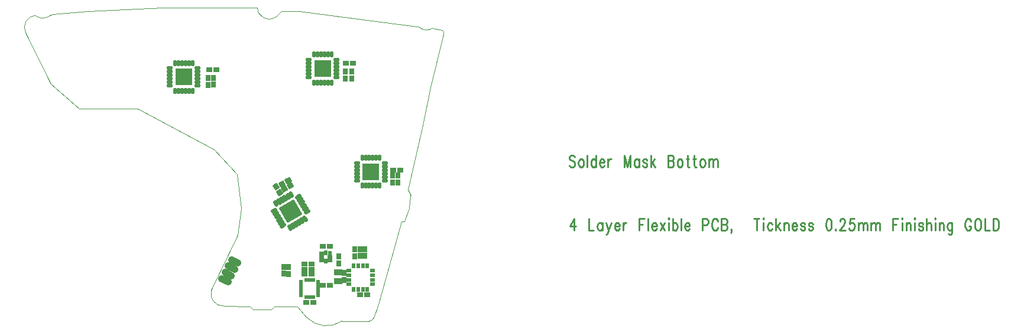
<source format=gbr>
*
*
G04 PADS 9.4.1 Build Number: 494907 generated Gerber (RS-274-X) file*
G04 PC Version=2.1*
*
%IN "MMSP_L_1.pcb"*%
*
%MOIN*%
*
%FSLAX35Y35*%
*
*
*
*
G04 PC Standard Apertures*
*
*
G04 Thermal Relief Aperture macro.*
%AMTER*
1,1,$1,0,0*
1,0,$1-$2,0,0*
21,0,$3,$4,0,0,45*
21,0,$3,$4,0,0,135*
%
*
*
G04 Annular Aperture macro.*
%AMANN*
1,1,$1,0,0*
1,0,$2,0,0*
%
*
*
G04 Odd Aperture macro.*
%AMODD*
1,1,$1,0,0*
1,0,$1-0.005,0,0*
%
*
*
G04 PC Custom Aperture Macros*
*
*
*
*
*
*
G04 PC Aperture Table*
*
%ADD010C,0.001*%
%ADD016C,0.01*%
%ADD045C,0.04*%
%ADD046R,0.035X0.03*%
%ADD047R,0.03X0.035*%
%ADD048R,0.045X0.034*%
%ADD049C,0.02181*%
%ADD050O,0.02181X0.03756*%
%ADD051O,0.03756X0.02181*%
%ADD052R,0.02575X0.01984*%
%ADD053R,0.01984X0.02575*%
%ADD054R,0.02378X0.01984*%
%ADD055R,0.01984X0.02378*%
%ADD056R,0.02575X0.02181*%
%ADD057R,0.02181X0.02575*%
%ADD058R,0.09661X0.09661*%
*
*
*
*
G04 PC Circuitry*
G04 Layer Name MMSP_L_1.pcb - circuitry*
%LPD*%
*
*
G04 PC Custom Flashes*
G04 Layer Name MMSP_L_1.pcb - flashes*
%LPD*%
*
*
G04 PC Circuitry*
G04 Layer Name MMSP_L_1.pcb - circuitry*
%LPD*%
*
G54D10*
G01X1084338Y879416D02*
G75*
G03X1091450Y870727I6795J-1694D01*
G01X1084337Y879411D02*
X1084469Y879661D01*
X1084449Y879640*
X1099338Y910590*
X1101338Y925590*
X1099000Y945000*
X1086000Y959000*
X1043000Y982000*
X1010098*
X994098Y996000*
X979772Y1024917*
X985282Y1034748D02*
G03X979774Y1024913I607J-6800D01*
G01X985288Y1034748D02*
X985335Y1034744D01*
X986024Y1034055*
X986021Y1034056D02*
G03X994094Y1034883I3373J6886D01*
G01X994091Y1034881D02*
X994565Y1035356D01*
X1015000Y1037000*
X1057000Y1039000*
X1110433*
G03X1113187Y1034052I5045J-433*
G01X1113191Y1034049D02*
G03X1121065I3937J4610D01*
G01X1121067Y1034051D02*
X1124016Y1037000D01*
X1134000*
X1200197Y1028298*
X1201353*
G03X1209173Y1027455I4431J4416*
G01X1209174D02*
X1209247Y1027530D01*
X1214758Y1026365*
X1215407Y1024033D02*
G03X1214757Y1026366I-2399J589D01*
G01X1215407Y1024032D02*
X1208068Y994095D01*
X1203663Y972687*
X1195353Y936537*
X1196877Y932972*
X1193429Y918301D02*
G03X1196877Y932946I-27976J14316D01*
G01X1193432Y918307D02*
X1191535D01*
X1188000Y905000*
X1178563Y871588*
X1175919Y863986*
X1173588Y862205D02*
G03X1175920Y863988I-330J2848D01*
G01X1173585Y862205D02*
X1158055D01*
X1138351Y864223D02*
G03X1158054Y862204I11040J10587D01*
G01X1138356Y864218D02*
X1132826Y870374D01*
X1120079*
X1118356Y868651*
X1108071*
X1106275Y870448*
X1091453Y870727*
G54D16*
X1126959Y940168D02*
X1129124Y941418D01*
X1128124Y943150*
X1125959Y941900*
X1126959Y940168*
X1126959*
X1126382Y941168D02*
X1128691D01*
X1126423Y942168D02*
X1128691D01*
X1126000Y941829D02*
Y941923D01*
X1127000Y940191D02*
Y942501D01*
X1128000Y940769D02*
Y943078D01*
X1129000Y941346D02*
Y941633D01*
X1123550Y938199D02*
X1125715Y939449D01*
X1124715Y941181*
X1122550Y939931*
X1123550Y938199*
X1123550*
X1122972Y939199D02*
X1125282D01*
X1123014Y940199D02*
X1125282D01*
X1123000Y939152D02*
Y940191D01*
X1124000Y938459D02*
Y940769D01*
X1125000Y939037D02*
Y940687D01*
X1122219Y937650D02*
X1120969Y939816D01*
X1119237Y938816*
X1120487Y936650*
X1122219Y937650*
X1120487Y936650D02*
X1120487D01*
X1119910Y937650D02*
X1122219D01*
X1119332Y938650D02*
X1121642D01*
X1120683Y939650D02*
X1121064D01*
X1120000Y937494D02*
Y939256D01*
X1121000Y936947D02*
Y939762D01*
X1122000Y937524D02*
Y938030D01*
X1124187Y934241D02*
X1122937Y936406D01*
X1121205Y935406*
X1122455Y933241*
X1124187Y934241*
X1122455Y933241D02*
X1122455D01*
X1121878Y934241D02*
X1124187D01*
X1121301Y935241D02*
X1123610D01*
X1122652Y936241D02*
X1123033D01*
X1122000Y934030D02*
Y935865D01*
X1123000Y933555D02*
Y936298D01*
X1124000Y934133D02*
Y934565D01*
X1128288Y937289D02*
X1130453Y938539D01*
X1129453Y940271*
X1127288Y939021*
X1128288Y937289*
X1128288*
X1127710Y938289D02*
X1130020D01*
X1127752Y939289D02*
X1130020D01*
X1128000Y937787D02*
Y939432D01*
X1129000Y937700D02*
Y940009D01*
X1130000Y938277D02*
Y939323D01*
X1124878Y935320D02*
X1127043Y936570D01*
X1126043Y938302*
X1123878Y937052*
X1124878Y935320*
X1124878*
X1124301Y936320D02*
X1126610D01*
X1124342Y937320D02*
X1126610D01*
X1124000Y936841D02*
Y937122D01*
X1125000Y935390D02*
Y937700D01*
X1126000Y935968D02*
Y938277D01*
X1127000Y936545D02*
Y936645D01*
X1130483Y930297D02*
X1122982Y925966D01*
X1127313Y918465*
X1134814Y922796*
X1130483Y930297*
X1127313Y918465D02*
X1127313D01*
X1126736Y919465D02*
X1129045D01*
X1126158Y920465D02*
X1130777D01*
X1125581Y921465D02*
X1132509D01*
X1125004Y922465D02*
X1134241D01*
X1124426Y923465D02*
X1134428D01*
X1123849Y924465D02*
X1133850D01*
X1123272Y925465D02*
X1133273D01*
X1123847Y926465D02*
X1132695D01*
X1125579Y927465D02*
X1132118D01*
X1127311Y928465D02*
X1131541D01*
X1129043Y929465D02*
X1130963D01*
X1123000Y925935D02*
Y925976D01*
X1124000Y924203D02*
Y926554D01*
X1125000Y922471D02*
Y927131D01*
X1126000Y920739D02*
Y927708D01*
X1127000Y919007D02*
Y928286D01*
X1128000Y918862D02*
Y928863D01*
X1129000Y919439D02*
Y929440D01*
X1130000Y920016D02*
Y930018D01*
X1131000Y920594D02*
Y929402D01*
X1132000Y921171D02*
Y927670D01*
X1133000Y921748D02*
Y925938D01*
X1134000Y922326D02*
Y924206D01*
X1289402Y954838D02*
X1288948Y955463D01*
X1288266Y955775*
X1287357*
X1286675Y955463*
X1286220Y954838*
Y954213*
X1286448Y953588*
X1286675Y953275*
X1287130Y952963*
X1288493Y952338*
X1288948Y952025*
X1289175Y951713*
X1289402Y951088*
Y950150*
X1288948Y949525*
X1288266Y949213*
X1287357*
X1286675Y949525*
X1286220Y950150*
X1292584Y953588D02*
X1292130Y953275D01*
X1291675Y952650*
X1291448Y951713*
Y951088*
X1291675Y950150*
X1292130Y949525*
X1292584Y949213*
X1293266*
X1293720Y949525*
X1294175Y950150*
X1294402Y951088*
Y951713*
X1294175Y952650*
X1293720Y953275*
X1293266Y953588*
X1292584*
X1296448Y955775D02*
Y949213D01*
X1301220Y955775D02*
Y949213D01*
Y952650D02*
X1300766Y953275D01*
X1300311Y953588*
X1299630*
X1299175Y953275*
X1298720Y952650*
X1298493Y951713*
Y951088*
X1298720Y950150*
X1299175Y949525*
X1299630Y949213*
X1300311*
X1300766Y949525*
X1301220Y950150*
X1303266Y951713D02*
X1305993D01*
Y952338*
X1305766Y952963*
X1305539Y953275*
X1305084Y953588*
X1304402*
X1303948Y953275*
X1303493Y952650*
X1303266Y951713*
Y951088*
X1303493Y950150*
X1303948Y949525*
X1304402Y949213*
X1305084*
X1305539Y949525*
X1305993Y950150*
X1308039Y953588D02*
Y949213D01*
Y951713D02*
X1308266Y952650D01*
X1308720Y953275*
X1309175Y953588*
X1309857*
X1317130Y955775D02*
Y949213D01*
Y955775D02*
X1318948Y949213D01*
X1320766Y955775D02*
X1318948Y949213D01*
X1320766Y955775D02*
Y949213D01*
X1325539Y953588D02*
Y949213D01*
Y952650D02*
X1325084Y953275D01*
X1324630Y953588*
X1323948*
X1323493Y953275*
X1323039Y952650*
X1322811Y951713*
Y951088*
X1323039Y950150*
X1323493Y949525*
X1323948Y949213*
X1324630*
X1325084Y949525*
X1325539Y950150*
X1330084Y952650D02*
X1329857Y953275D01*
X1329175Y953588*
X1328493*
X1327811Y953275*
X1327584Y952650*
X1327811Y952025*
X1328266Y951713*
X1329402Y951400*
X1329857Y951088*
X1330084Y950463*
Y950150*
X1329857Y949525*
X1329175Y949213*
X1328493*
X1327811Y949525*
X1327584Y950150*
X1332130Y955775D02*
Y949213D01*
X1334402Y953588D02*
X1332130Y950463D01*
X1333039Y951713D02*
X1334630Y949213D01*
X1341902Y955775D02*
Y949213D01*
Y955775D02*
X1343948D01*
X1344630Y955463*
X1344857Y955150*
X1345084Y954525*
Y953900*
X1344857Y953275*
X1344630Y952963*
X1343948Y952650*
X1341902D02*
X1343948D01*
X1344630Y952338*
X1344857Y952025*
X1345084Y951400*
Y950463*
X1344857Y949838*
X1344630Y949525*
X1343948Y949213*
X1341902*
X1348266Y953588D02*
X1347811Y953275D01*
X1347357Y952650*
X1347130Y951713*
Y951088*
X1347357Y950150*
X1347811Y949525*
X1348266Y949213*
X1348948*
X1349402Y949525*
X1349857Y950150*
X1350084Y951088*
Y951713*
X1349857Y952650*
X1349402Y953275*
X1348948Y953588*
X1348266*
X1352811Y955775D02*
Y950463D01*
X1353039Y949525*
X1353493Y949213*
X1353948*
X1352130Y953588D02*
X1353720D01*
X1356675Y955775D02*
Y950463D01*
X1356902Y949525*
X1357357Y949213*
X1357811*
X1355993Y953588D02*
X1357584D01*
X1360993D02*
X1360539Y953275D01*
X1360084Y952650*
X1359857Y951713*
Y951088*
X1360084Y950150*
X1360539Y949525*
X1360993Y949213*
X1361675*
X1362130Y949525*
X1362584Y950150*
X1362811Y951088*
Y951713*
X1362584Y952650*
X1362130Y953275*
X1361675Y953588*
X1360993*
X1364857D02*
Y949213D01*
Y952338D02*
X1365539Y953275D01*
X1365993Y953588*
X1366675*
X1367130Y953275*
X1367357Y952338*
Y949213*
Y952338D02*
X1368039Y953275D01*
X1368493Y953588*
X1369175*
X1369630Y953275*
X1369857Y952338*
Y949213*
X1288887Y919948D02*
X1286614Y915573D01*
X1290023*
X1288887Y919948D02*
Y913386D01*
X1297296Y919948D02*
Y913386D01*
X1300023*
X1304796Y917761D02*
Y913386D01*
Y916823D02*
X1304341Y917448D01*
X1303887Y917761*
X1303205*
X1302751Y917448*
X1302296Y916823*
X1302069Y915886*
Y915261*
X1302296Y914323*
X1302751Y913698*
X1303205Y913386*
X1303887*
X1304341Y913698*
X1304796Y914323*
X1307069Y917761D02*
X1308432Y913386D01*
X1309796Y917761D02*
X1308432Y913386D01*
X1307978Y912136*
X1307523Y911511*
X1307069Y911198*
X1306841*
X1311841Y915886D02*
X1314569D01*
Y916511*
X1314341Y917136*
X1314114Y917448*
X1313660Y917761*
X1312978*
X1312523Y917448*
X1312069Y916823*
X1311841Y915886*
Y915261*
X1312069Y914323*
X1312523Y913698*
X1312978Y913386*
X1313660*
X1314114Y913698*
X1314569Y914323*
X1316614Y917761D02*
Y913386D01*
Y915886D02*
X1316841Y916823D01*
X1317296Y917448*
X1317751Y917761*
X1318432*
X1325705Y919948D02*
Y913386D01*
Y919948D02*
X1328660D01*
X1325705Y916823D02*
X1327523D01*
X1330705Y919948D02*
Y913386D01*
X1332751Y915886D02*
X1335478D01*
Y916511*
X1335251Y917136*
X1335023Y917448*
X1334569Y917761*
X1333887*
X1333432Y917448*
X1332978Y916823*
X1332751Y915886*
Y915261*
X1332978Y914323*
X1333432Y913698*
X1333887Y913386*
X1334569*
X1335023Y913698*
X1335478Y914323*
X1337523Y917761D02*
X1340023Y913386D01*
Y917761D02*
X1337523Y913386D01*
X1342069Y919948D02*
X1342296Y919636D01*
X1342523Y919948*
X1342296Y920261*
X1342069Y919948*
X1342296Y917761D02*
Y913386D01*
X1344569Y919948D02*
Y913386D01*
Y916823D02*
X1345023Y917448D01*
X1345478Y917761*
X1346160*
X1346614Y917448*
X1347069Y916823*
X1347296Y915886*
Y915261*
X1347069Y914323*
X1346614Y913698*
X1346160Y913386*
X1345478*
X1345023Y913698*
X1344569Y914323*
X1349341Y919948D02*
Y913386D01*
X1351387Y915886D02*
X1354114D01*
Y916511*
X1353887Y917136*
X1353660Y917448*
X1353205Y917761*
X1352523*
X1352069Y917448*
X1351614Y916823*
X1351387Y915886*
Y915261*
X1351614Y914323*
X1352069Y913698*
X1352523Y913386*
X1353205*
X1353660Y913698*
X1354114Y914323*
X1361387Y919948D02*
Y913386D01*
Y919948D02*
X1363432D01*
X1364114Y919636*
X1364341Y919323*
X1364569Y918698*
Y917761*
X1364341Y917136*
X1364114Y916823*
X1363432Y916511*
X1361387*
X1370023Y918386D02*
X1369796Y919011D01*
X1369341Y919636*
X1368887Y919948*
X1367978*
X1367523Y919636*
X1367069Y919011*
X1366841Y918386*
X1366614Y917448*
Y915886*
X1366841Y914948*
X1367069Y914323*
X1367523Y913698*
X1367978Y913386*
X1368887*
X1369341Y913698*
X1369796Y914323*
X1370023Y914948*
X1372069Y919948D02*
Y913386D01*
Y919948D02*
X1374114D01*
X1374796Y919636*
X1375023Y919323*
X1375251Y918698*
Y918073*
X1375023Y917448*
X1374796Y917136*
X1374114Y916823*
X1372069D02*
X1374114D01*
X1374796Y916511*
X1375023Y916198*
X1375251Y915573*
Y914636*
X1375023Y914011*
X1374796Y913698*
X1374114Y913386*
X1372069*
X1377751Y913698D02*
X1377523Y913386D01*
X1377296Y913698*
X1377523Y914011*
X1377751Y913698*
Y913073*
X1377523Y912448*
X1377296Y912136*
X1391841Y919948D02*
Y913386D01*
X1390251Y919948D02*
X1393432D01*
X1395478D02*
X1395705Y919636D01*
X1395932Y919948*
X1395705Y920261*
X1395478Y919948*
X1395705Y917761D02*
Y913386D01*
X1400705Y916823D02*
X1400251Y917448D01*
X1399796Y917761*
X1399114*
X1398660Y917448*
X1398205Y916823*
X1397978Y915886*
Y915261*
X1398205Y914323*
X1398660Y913698*
X1399114Y913386*
X1399796*
X1400251Y913698*
X1400705Y914323*
X1402751Y919948D02*
Y913386D01*
X1405023Y917761D02*
X1402751Y914636D01*
X1403660Y915886D02*
X1405251Y913386D01*
X1407296Y917761D02*
Y913386D01*
Y916511D02*
X1407978Y917448D01*
X1408432Y917761*
X1409114*
X1409569Y917448*
X1409796Y916511*
Y913386*
X1411841Y915886D02*
X1414569D01*
Y916511*
X1414341Y917136*
X1414114Y917448*
X1413660Y917761*
X1412978*
X1412523Y917448*
X1412069Y916823*
X1411841Y915886*
Y915261*
X1412069Y914323*
X1412523Y913698*
X1412978Y913386*
X1413660*
X1414114Y913698*
X1414569Y914323*
X1419114Y916823D02*
X1418887Y917448D01*
X1418205Y917761*
X1417523*
X1416841Y917448*
X1416614Y916823*
X1416841Y916198*
X1417296Y915886*
X1418432Y915573*
X1418887Y915261*
X1419114Y914636*
Y914323*
X1418887Y913698*
X1418205Y913386*
X1417523*
X1416841Y913698*
X1416614Y914323*
X1423660Y916823D02*
X1423432Y917448D01*
X1422751Y917761*
X1422069*
X1421387Y917448*
X1421160Y916823*
X1421387Y916198*
X1421841Y915886*
X1422978Y915573*
X1423432Y915261*
X1423660Y914636*
Y914323*
X1423432Y913698*
X1422751Y913386*
X1422069*
X1421387Y913698*
X1421160Y914323*
X1432296Y919948D02*
X1431614Y919636D01*
X1431160Y918698*
X1430932Y917136*
Y916198*
X1431160Y914636*
X1431614Y913698*
X1432296Y913386*
X1432751*
X1433432Y913698*
X1433887Y914636*
X1434114Y916198*
Y917136*
X1433887Y918698*
X1433432Y919636*
X1432751Y919948*
X1432296*
X1436387Y914011D02*
X1436160Y913698D01*
X1436387Y913386*
X1436614Y913698*
X1436387Y914011*
X1438887Y918386D02*
Y918698D01*
X1439114Y919323*
X1439341Y919636*
X1439796Y919948*
X1440705*
X1441160Y919636*
X1441387Y919323*
X1441614Y918698*
Y918073*
X1441387Y917448*
X1440932Y916511*
X1438660Y913386*
X1441841*
X1446841Y919948D02*
X1444569D01*
X1444341Y917136*
X1444569Y917448*
X1445251Y917761*
X1445932*
X1446614Y917448*
X1447069Y916823*
X1447296Y915886*
X1447069Y915261*
X1446841Y914323*
X1446387Y913698*
X1445705Y913386*
X1445023*
X1444341Y913698*
X1444114Y914011*
X1443887Y914636*
X1449341Y917761D02*
Y913386D01*
Y916511D02*
X1450023Y917448D01*
X1450478Y917761*
X1451160*
X1451614Y917448*
X1451841Y916511*
Y913386*
Y916511D02*
X1452523Y917448D01*
X1452978Y917761*
X1453660*
X1454114Y917448*
X1454341Y916511*
Y913386*
X1456387Y917761D02*
Y913386D01*
Y916511D02*
X1457069Y917448D01*
X1457523Y917761*
X1458205*
X1458660Y917448*
X1458887Y916511*
Y913386*
Y916511D02*
X1459569Y917448D01*
X1460023Y917761*
X1460705*
X1461160Y917448*
X1461387Y916511*
Y913386*
X1468660Y919948D02*
Y913386D01*
Y919948D02*
X1471614D01*
X1468660Y916823D02*
X1470478D01*
X1473660Y919948D02*
X1473887Y919636D01*
X1474114Y919948*
X1473887Y920261*
X1473660Y919948*
X1473887Y917761D02*
Y913386D01*
X1476160Y917761D02*
Y913386D01*
Y916511D02*
X1476841Y917448D01*
X1477296Y917761*
X1477978*
X1478432Y917448*
X1478660Y916511*
Y913386*
X1480705Y919948D02*
X1480932Y919636D01*
X1481160Y919948*
X1480932Y920261*
X1480705Y919948*
X1480932Y917761D02*
Y913386D01*
X1485705Y916823D02*
X1485478Y917448D01*
X1484796Y917761*
X1484114*
X1483432Y917448*
X1483205Y916823*
X1483432Y916198*
X1483887Y915886*
X1485023Y915573*
X1485478Y915261*
X1485705Y914636*
Y914323*
X1485478Y913698*
X1484796Y913386*
X1484114*
X1483432Y913698*
X1483205Y914323*
X1487751Y919948D02*
Y913386D01*
Y916511D02*
X1488432Y917448D01*
X1488887Y917761*
X1489569*
X1490023Y917448*
X1490251Y916511*
Y913386*
X1492296Y919948D02*
X1492523Y919636D01*
X1492751Y919948*
X1492523Y920261*
X1492296Y919948*
X1492523Y917761D02*
Y913386D01*
X1494796Y917761D02*
Y913386D01*
Y916511D02*
X1495478Y917448D01*
X1495932Y917761*
X1496614*
X1497069Y917448*
X1497296Y916511*
Y913386*
X1502069Y917761D02*
Y912761D01*
X1501841Y911823*
X1501614Y911511*
X1501160Y911198*
X1500478*
X1500023Y911511*
X1502069Y916823D02*
X1501614Y917448D01*
X1501160Y917761*
X1500478*
X1500023Y917448*
X1499569Y916823*
X1499341Y915886*
Y915261*
X1499569Y914323*
X1500023Y913698*
X1500478Y913386*
X1501160*
X1501614Y913698*
X1502069Y914323*
X1512751Y918386D02*
X1512523Y919011D01*
X1512069Y919636*
X1511614Y919948*
X1510705*
X1510251Y919636*
X1509796Y919011*
X1509569Y918386*
X1509341Y917448*
Y915886*
X1509569Y914948*
X1509796Y914323*
X1510251Y913698*
X1510705Y913386*
X1511614*
X1512069Y913698*
X1512523Y914323*
X1512751Y914948*
Y915886*
X1511614D02*
X1512751D01*
X1516160Y919948D02*
X1515705Y919636D01*
X1515251Y919011*
X1515023Y918386*
X1514796Y917448*
Y915886*
X1515023Y914948*
X1515251Y914323*
X1515705Y913698*
X1516160Y913386*
X1517069*
X1517523Y913698*
X1517978Y914323*
X1518205Y914948*
X1518432Y915886*
Y917448*
X1518205Y918386*
X1517978Y919011*
X1517523Y919636*
X1517069Y919948*
X1516160*
X1520478D02*
Y913386D01*
X1523205*
X1525251Y919948D02*
Y913386D01*
Y919948D02*
X1526841D01*
X1527523Y919636*
X1527978Y919011*
X1528205Y918386*
X1528432Y917448*
Y915886*
X1528205Y914948*
X1527978Y914323*
X1527523Y913698*
X1526841Y913386*
X1525251*
G54D45*
X1095866Y896794D02*
X1099409Y894938D01*
X1094010Y893251D02*
X1097553Y891395D01*
X1092154Y889708D02*
X1095697Y887851D01*
X1090298Y886164D02*
X1093841Y884308D01*
G54D46*
X1140945Y888583D03*
X1137008D03*
X1190982Y947423D03*
X1187045D03*
X1087205Y1004134D03*
X1083268D03*
X1172384Y877113D03*
X1168447D03*
X1164173Y1007874D03*
X1160236D03*
X1138001Y872570D03*
X1141938D03*
X1137008Y891345D03*
X1140945D03*
X1147406Y904496D03*
X1151343D03*
X1147441Y882283D03*
X1151378D03*
X1140945Y894291D03*
X1137008D03*
G54D47*
X1189603Y940377D03*
Y944314D03*
X1082666Y995489D03*
Y999426D03*
X1168210Y898931D03*
Y902868D03*
X1165325Y898870D03*
Y902807D03*
X1160039Y999016D03*
Y1002953D03*
X1163780Y999213D03*
Y1003150D03*
X1186787Y940384D03*
Y944321D03*
X1085640Y995597D03*
Y999534D03*
X1170972Y898931D03*
Y902868D03*
X1156394Y894664D03*
Y898601D03*
X1159428Y889271D03*
Y885334D03*
X1125214Y892833D03*
Y888896D03*
X1127919Y892812D03*
Y888875D03*
G54D48*
X1155929Y884779D03*
Y889579D03*
G54D49*
X1123858Y915788D02*
X1125222Y916576D01*
X1122873Y917493D02*
X1124237Y918280D01*
X1121889Y919198D02*
X1123253Y919985D01*
X1120905Y920903D02*
X1122269Y921690D01*
X1119921Y922607D02*
X1121285Y923395D01*
X1118936Y924312D02*
X1120300Y925099D01*
X1120305Y929421D02*
X1121093Y928057D01*
X1122010Y930405D02*
X1122798Y929042D01*
X1123715Y931390D02*
X1124502Y930026D01*
X1125420Y932374D02*
X1126207Y931010D01*
X1127125Y933358D02*
X1127912Y931994D01*
X1128829Y934343D02*
X1129617Y932979D01*
X1132575Y932186D02*
X1133938Y932974D01*
X1133559Y930481D02*
X1134923Y931269D01*
X1134543Y928777D02*
X1135907Y929564D01*
X1135527Y927072D02*
X1136891Y927859D01*
X1136512Y925367D02*
X1137875Y926154D01*
X1137496Y923662D02*
X1138860Y924450D01*
X1136703Y920704D02*
X1137491Y919340D01*
X1134999Y919720D02*
X1135786Y918356D01*
X1133294Y918736D02*
X1134081Y917372D01*
X1131589Y917752D02*
X1132376Y916388D01*
X1129884Y916767D02*
X1130672Y915403D01*
X1128179Y915783D02*
X1128967Y914419D01*
G54D50*
X1142307Y1012589D03*
X1144275D03*
X1146244D03*
X1148212D03*
X1150181D03*
X1152149D03*
Y996841D03*
X1150181D03*
X1148212D03*
X1146244D03*
X1144275D03*
X1142307D03*
X1169488Y954331D03*
X1171457D03*
X1173425D03*
X1175394D03*
X1177362D03*
X1179331D03*
Y938583D03*
X1177362D03*
X1175394D03*
X1173425D03*
X1171457D03*
X1169488D03*
X1063976Y1007874D03*
X1065945D03*
X1067913D03*
X1069882D03*
X1071850D03*
X1073819D03*
Y992126D03*
X1071850D03*
X1069882D03*
X1067913D03*
X1065945D03*
X1063976D03*
G54D51*
X1155102Y1009637D03*
Y1007668D03*
Y1005700D03*
Y1003731D03*
Y1001763D03*
Y999794D03*
X1139354D03*
Y1001763D03*
Y1003731D03*
Y1005700D03*
Y1007668D03*
Y1009637D03*
X1182283Y951378D03*
Y949409D03*
Y947441D03*
Y945472D03*
Y943504D03*
Y941535D03*
X1166535D03*
Y943504D03*
Y945472D03*
Y947441D03*
Y949409D03*
Y951378D03*
X1076772Y1004921D03*
Y1002953D03*
Y1000984D03*
Y999016D03*
Y997047D03*
Y995079D03*
X1061024D03*
Y997047D03*
Y999016D03*
Y1000984D03*
Y1002953D03*
Y1004921D03*
G54D52*
X1146521Y896366D03*
Y898334D03*
Y900303D03*
X1151324Y898334D03*
Y896366D03*
G54D53*
X1148922Y896070D03*
Y900598D03*
X1151324Y900303D03*
G54D54*
X1144743Y884487D03*
Y882518D03*
Y880550D03*
Y878581D03*
Y876613D03*
X1135098D03*
Y878581D03*
Y880550D03*
Y882518D03*
Y884487D03*
G54D55*
X1141889Y875727D03*
X1139921D03*
X1137952D03*
Y885373D03*
X1139921D03*
X1141889D03*
G54D56*
X1175228Y890579D03*
Y888020D03*
Y885461D03*
Y882902D03*
X1161843D03*
Y885461D03*
Y888020D03*
Y890579D03*
G54D57*
X1172374Y880047D03*
X1169815D03*
X1167256D03*
X1164697D03*
Y893433D03*
X1167256D03*
X1169815D03*
X1172374D03*
G54D58*
X1147228Y1004715D03*
X1174409Y946457D03*
X1068898Y1000000D03*
G74*
X0Y0D02*
M02*

</source>
